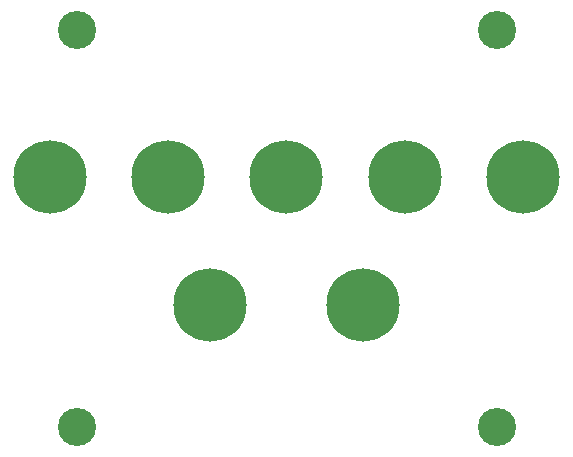
<source format=gts>
G04 #@! TF.GenerationSoftware,KiCad,Pcbnew,(5.1.8)-1*
G04 #@! TF.CreationDate,2021-07-28T22:21:21-04:00*
G04 #@! TF.ProjectId,nearless_front_panel,6e656172-6c65-4737-935f-66726f6e745f,rev?*
G04 #@! TF.SameCoordinates,Original*
G04 #@! TF.FileFunction,Soldermask,Top*
G04 #@! TF.FilePolarity,Negative*
%FSLAX46Y46*%
G04 Gerber Fmt 4.6, Leading zero omitted, Abs format (unit mm)*
G04 Created by KiCad (PCBNEW (5.1.8)-1) date 2021-07-28 22:21:21*
%MOMM*%
%LPD*%
G01*
G04 APERTURE LIST*
%ADD10C,3.220000*%
%ADD11C,6.200000*%
G04 APERTURE END LIST*
D10*
X166070000Y-25835000D03*
X201620000Y-25835000D03*
X201620000Y-59485000D03*
X166070000Y-59485000D03*
D11*
X190325000Y-49150000D03*
X177325000Y-49150000D03*
X163820000Y-38335000D03*
X203820000Y-38335000D03*
X193820000Y-38335000D03*
X183820000Y-38335000D03*
X173820000Y-38335000D03*
M02*

</source>
